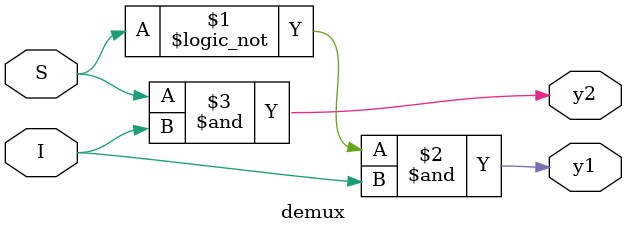
<source format=v>
module demux(input wire S,I, output wire y1,y2);
  assign y1 =  ((!S) & I);
  assign y2 = (S & I);
endmodule

</source>
